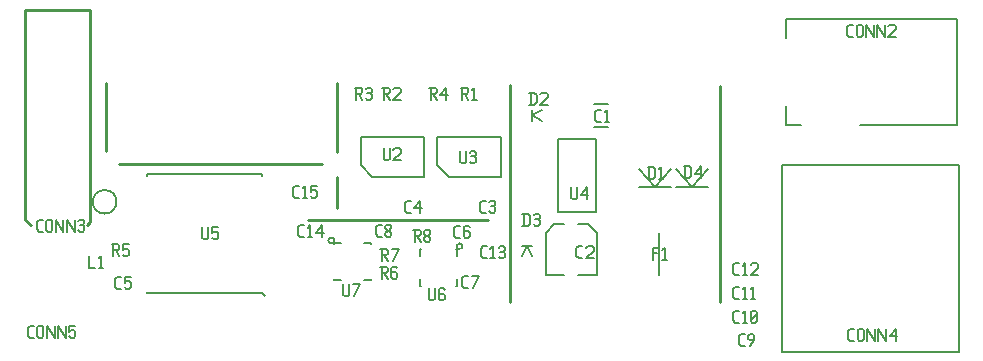
<source format=gbr>
G04 start of page 13 for group -4079 idx -4079 *
G04 Title: (unknown), topsilk *
G04 Creator: pcb 20140316 *
G04 CreationDate: jeu. 05 févr. 2015 15:41:37 GMT UTC *
G04 For: clement *
G04 Format: Gerber/RS-274X *
G04 PCB-Dimensions (mil): 3287.40 1358.27 *
G04 PCB-Coordinate-Origin: lower left *
%MOIN*%
%FSLAX25Y25*%
%LNTOPSILK*%
%ADD198C,0.0060*%
%ADD197C,0.0061*%
%ADD196C,0.0080*%
%ADD195C,0.0059*%
%ADD194C,0.0100*%
G54D194*X14764Y126969D02*X36417D01*
Y56102D02*X35433Y55118D01*
X36417Y126969D02*Y56102D01*
X14764Y57087D02*X16732Y55118D01*
X14764Y126969D02*Y57087D01*
X41732Y79921D02*Y102756D01*
X176378Y101969D02*Y29528D01*
X246457Y101575D02*Y29528D01*
X169291Y57087D02*X109055D01*
X118898Y102756D02*Y79528D01*
Y71260D02*Y61024D01*
X46063Y75591D02*X113780D01*
G54D195*X325394Y124016D02*Y88583D01*
X268307Y124016D02*X325394D01*
X293110Y88583D02*X325394D01*
X268307D02*X273425D01*
X268307Y95079D02*Y88583D01*
Y124016D02*Y117520D01*
X183858Y93543D02*Y90000D01*
Y91772D02*X187205Y90000D01*
X183858Y91772D02*X187205Y93543D01*
X180315Y48425D02*X183858D01*
X182087D02*X180315Y45079D01*
X182087Y48425D02*X183858Y45079D01*
G54D196*X204331Y95512D02*X209055D01*
X204331Y88032D02*X209055D01*
G54D195*X225984Y52520D02*Y38504D01*
X199213Y38583D02*X205315D01*
Y52756D02*Y38583D01*
Y52756D02*X202559Y55512D01*
X199213D02*X202559D01*
X188386Y38583D02*X194488D01*
X188386Y52756D02*Y38583D01*
Y52756D02*X191142Y55512D01*
X194488D01*
X219528Y67953D02*X230079D01*
X224803D02*X230079Y74016D01*
X224803Y67953D02*X219528Y74016D01*
G54D197*X192520Y84055D02*X205118D01*
X192520Y59646D02*X205118D01*
X192520Y84055D02*Y59646D01*
X205118Y84055D02*Y59646D01*
G54D195*X231929Y67953D02*X242480D01*
X237205D02*X242480Y74016D01*
X237205Y67953D02*X231929Y74016D01*
X267067Y13091D02*X326083D01*
X267067Y75098D02*X326083D01*
Y13091D01*
X267067Y75098D02*Y13091D01*
G54D197*X117913Y49114D02*Y48858D01*
Y49114D02*X120138D01*
X117913Y37165D02*Y36909D01*
X120138D01*
X127894Y49114D02*X130118D01*
Y48858D01*
X127894Y36909D02*X130118D01*
Y37165D02*Y36909D01*
X115945Y50098D02*G75*G03X115945Y50098I984J0D01*G01*
G54D195*X41339Y59055D02*G75*G03X41339Y59055I0J3937D01*G01*
G54D197*X152224Y75197D02*X156161Y71260D01*
X173484D01*
X152224Y84646D02*X173484D01*
Y71260D01*
X152224Y84646D02*Y75197D01*
X158406Y47146D02*X158661D01*
Y44921D01*
X146457Y47146D02*X146713D01*
X146457D02*Y44921D01*
X158661Y37165D02*Y34941D01*
X158406D02*X158661D01*
X146457Y37165D02*Y34941D01*
X146713D01*
X159646Y49114D02*G75*G03X159646Y49114I0J-984D01*G01*
X126634Y75197D02*X130571Y71260D01*
X147894D01*
X126634Y84646D02*X147894D01*
Y71260D01*
X126634Y84646D02*Y75197D01*
X93780Y32441D02*X94764Y31457D01*
X93780Y32992D02*Y32441D01*
X74528D02*X93780D01*
Y72205D02*Y71654D01*
X74528Y72205D02*X93780D01*
X55591Y32441D02*X74843D01*
X55591Y32992D02*Y32441D01*
Y72205D02*X74843D01*
X55591D02*Y71654D01*
G54D198*X289480Y118031D02*X290780D01*
X288780Y118731D02*X289480Y118031D01*
X288780Y121331D02*Y118731D01*
Y121331D02*X289480Y122031D01*
X290780D01*
X291980Y121531D02*Y118531D01*
Y121531D02*X292480Y122031D01*
X293480D01*
X293980Y121531D01*
Y118531D01*
X293480Y118031D02*X293980Y118531D01*
X292480Y118031D02*X293480D01*
X291980Y118531D02*X292480Y118031D01*
X295180Y122031D02*Y118031D01*
Y122031D02*X297680Y118031D01*
Y122031D02*Y118031D01*
X298880Y122031D02*Y118031D01*
Y122031D02*X301380Y118031D01*
Y122031D02*Y118031D01*
X302580Y121531D02*X303080Y122031D01*
X304580D01*
X305080Y121531D01*
Y120531D01*
X302580Y118031D02*X305080Y120531D01*
X302580Y118031D02*X305080D01*
X289873Y16654D02*X291173D01*
X289173Y17354D02*X289873Y16654D01*
X289173Y19954D02*Y17354D01*
Y19954D02*X289873Y20654D01*
X291173D01*
X292373Y20154D02*Y17154D01*
Y20154D02*X292873Y20654D01*
X293873D01*
X294373Y20154D01*
Y17154D01*
X293873Y16654D02*X294373Y17154D01*
X292873Y16654D02*X293873D01*
X292373Y17154D02*X292873Y16654D01*
X295573Y20654D02*Y16654D01*
Y20654D02*X298073Y16654D01*
Y20654D02*Y16654D01*
X299273Y20654D02*Y16654D01*
Y20654D02*X301773Y16654D01*
Y20654D02*Y16654D01*
X302973Y18154D02*X304973Y20654D01*
X302973Y18154D02*X305473D01*
X304973Y20654D02*Y16654D01*
X223976Y47622D02*Y43622D01*
Y47622D02*X225976D01*
X223976Y45822D02*X225476D01*
X227176Y46822D02*X227976Y47622D01*
Y43622D01*
X227176D02*X228676D01*
X251487Y38504D02*X252787D01*
X250787Y39204D02*X251487Y38504D01*
X250787Y41804D02*Y39204D01*
Y41804D02*X251487Y42504D01*
X252787D01*
X253987Y41704D02*X254787Y42504D01*
Y38504D01*
X253987D02*X255487D01*
X256687Y42004D02*X257187Y42504D01*
X258687D01*
X259187Y42004D01*
Y41004D01*
X256687Y38504D02*X259187Y41004D01*
X256687Y38504D02*X259187D01*
X251487Y30630D02*X252787D01*
X250787Y31330D02*X251487Y30630D01*
X250787Y33930D02*Y31330D01*
Y33930D02*X251487Y34630D01*
X252787D01*
X253987Y33830D02*X254787Y34630D01*
Y30630D01*
X253987D02*X255487D01*
X256687Y33830D02*X257487Y34630D01*
Y30630D01*
X256687D02*X258187D01*
X251487Y22756D02*X252787D01*
X250787Y23456D02*X251487Y22756D01*
X250787Y26056D02*Y23456D01*
Y26056D02*X251487Y26756D01*
X252787D01*
X253987Y25956D02*X254787Y26756D01*
Y22756D01*
X253987D02*X255487D01*
X256687Y23256D02*X257187Y22756D01*
X256687Y26256D02*Y23256D01*
Y26256D02*X257187Y26756D01*
X258187D01*
X258687Y26256D01*
Y23256D01*
X258187Y22756D02*X258687Y23256D01*
X257187Y22756D02*X258187D01*
X256687Y23756D02*X258687Y25756D01*
X253456Y14882D02*X254756D01*
X252756Y15582D02*X253456Y14882D01*
X252756Y18182D02*Y15582D01*
Y18182D02*X253456Y18882D01*
X254756D01*
X256456Y14882D02*X257956Y16882D01*
Y18382D02*Y16882D01*
X257456Y18882D02*X257956Y18382D01*
X256456Y18882D02*X257456D01*
X255956Y18382D02*X256456Y18882D01*
X255956Y18382D02*Y17382D01*
X256456Y16882D01*
X257956D01*
X205463Y89685D02*X206763D01*
X204763Y90385D02*X205463Y89685D01*
X204763Y92985D02*Y90385D01*
Y92985D02*X205463Y93685D01*
X206763D01*
X207963Y92885D02*X208763Y93685D01*
Y89685D01*
X207963D02*X209463D01*
X183315Y99394D02*Y95394D01*
X184615Y99394D02*X185315Y98694D01*
Y96094D01*
X184615Y95394D02*X185315Y96094D01*
X182815Y95394D02*X184615D01*
X182815Y99394D02*X184615D01*
X186515Y98894D02*X187015Y99394D01*
X188515D01*
X189015Y98894D01*
Y97894D01*
X186515Y95394D02*X189015Y97894D01*
X186515Y95394D02*X189015D01*
X222823Y74669D02*Y70669D01*
X224123Y74669D02*X224823Y73969D01*
Y71369D01*
X224123Y70669D02*X224823Y71369D01*
X222323Y70669D02*X224123D01*
X222323Y74669D02*X224123D01*
X226023Y73869D02*X226823Y74669D01*
Y70669D01*
X226023D02*X227523D01*
X234870Y74906D02*Y70906D01*
X236170Y74906D02*X236870Y74206D01*
Y71606D01*
X236170Y70906D02*X236870Y71606D01*
X234370Y70906D02*X236170D01*
X234370Y74906D02*X236170D01*
X238070Y72406D02*X240070Y74906D01*
X238070Y72406D02*X240570D01*
X240070Y74906D02*Y70906D01*
X159902Y79906D02*Y76406D01*
X160402Y75906D01*
X161402D01*
X161902Y76406D01*
Y79906D02*Y76406D01*
X163102Y79406D02*X163602Y79906D01*
X164602D01*
X165102Y79406D01*
X164602Y75906D02*X165102Y76406D01*
X163602Y75906D02*X164602D01*
X163102Y76406D02*X163602Y75906D01*
Y78106D02*X164602D01*
X165102Y79406D02*Y78606D01*
Y77606D02*Y76406D01*
Y77606D02*X164602Y78106D01*
X165102Y78606D02*X164602Y78106D01*
X181110Y59039D02*Y55039D01*
X182410Y59039D02*X183110Y58339D01*
Y55739D01*
X182410Y55039D02*X183110Y55739D01*
X180610Y55039D02*X182410D01*
X180610Y59039D02*X182410D01*
X184310Y58539D02*X184810Y59039D01*
X185810D01*
X186310Y58539D01*
X185810Y55039D02*X186310Y55539D01*
X184810Y55039D02*X185810D01*
X184310Y55539D02*X184810Y55039D01*
Y57239D02*X185810D01*
X186310Y58539D02*Y57739D01*
Y56739D02*Y55539D01*
Y56739D02*X185810Y57239D01*
X186310Y57739D02*X185810Y57239D01*
X199322Y44213D02*X200622D01*
X198622Y44913D02*X199322Y44213D01*
X198622Y47513D02*Y44913D01*
Y47513D02*X199322Y48213D01*
X200622D01*
X201822Y47713D02*X202322Y48213D01*
X203822D01*
X204322Y47713D01*
Y46713D01*
X201822Y44213D02*X204322Y46713D01*
X201822Y44213D02*X204322D01*
X167099Y59370D02*X168399D01*
X166399Y60070D02*X167099Y59370D01*
X166399Y62670D02*Y60070D01*
Y62670D02*X167099Y63370D01*
X168399D01*
X169599Y62870D02*X170099Y63370D01*
X171099D01*
X171599Y62870D01*
X171099Y59370D02*X171599Y59870D01*
X170099Y59370D02*X171099D01*
X169599Y59870D02*X170099Y59370D01*
Y61570D02*X171099D01*
X171599Y62870D02*Y62070D01*
Y61070D02*Y59870D01*
Y61070D02*X171099Y61570D01*
X171599Y62070D02*X171099Y61570D01*
X167435Y44115D02*X168735D01*
X166735Y44815D02*X167435Y44115D01*
X166735Y47415D02*Y44815D01*
Y47415D02*X167435Y48115D01*
X168735D01*
X169935Y47315D02*X170735Y48115D01*
Y44115D01*
X169935D02*X171435D01*
X172635Y47615D02*X173135Y48115D01*
X174135D01*
X174635Y47615D01*
X174135Y44115D02*X174635Y44615D01*
X173135Y44115D02*X174135D01*
X172635Y44615D02*X173135Y44115D01*
Y46315D02*X174135D01*
X174635Y47615D02*Y46815D01*
Y45815D02*Y44615D01*
Y45815D02*X174135Y46315D01*
X174635Y46815D02*X174135Y46315D01*
X196850Y67898D02*Y64398D01*
X197350Y63898D01*
X198350D01*
X198850Y64398D01*
Y67898D02*Y64398D01*
X200050Y65398D02*X202050Y67898D01*
X200050Y65398D02*X202550D01*
X202050Y67898D02*Y63898D01*
X161251Y34272D02*X162551D01*
X160551Y34972D02*X161251Y34272D01*
X160551Y37572D02*Y34972D01*
Y37572D02*X161251Y38272D01*
X162551D01*
X164251Y34272D02*X166251Y38272D01*
X163751D02*X166251D01*
X160098Y100969D02*X162098D01*
X162598Y100469D01*
Y99469D01*
X162098Y98969D02*X162598Y99469D01*
X160598Y98969D02*X162098D01*
X160598Y100969D02*Y96969D01*
X161398Y98969D02*X162598Y96969D01*
X163798Y100169D02*X164598Y100969D01*
Y96969D01*
X163798D02*X165298D01*
X106607Y51199D02*X107907D01*
X105907Y51899D02*X106607Y51199D01*
X105907Y54499D02*Y51899D01*
Y54499D02*X106607Y55199D01*
X107907D01*
X109107Y54399D02*X109907Y55199D01*
Y51199D01*
X109107D02*X110607D01*
X111807Y52699D02*X113807Y55199D01*
X111807Y52699D02*X114307D01*
X113807Y55199D02*Y51199D01*
X104874Y64331D02*X106174D01*
X104174Y65031D02*X104874Y64331D01*
X104174Y67631D02*Y65031D01*
Y67631D02*X104874Y68331D01*
X106174D01*
X107374Y67531D02*X108174Y68331D01*
Y64331D01*
X107374D02*X108874D01*
X110074Y68331D02*X112074D01*
X110074D02*Y66331D01*
X110574Y66831D01*
X111574D01*
X112074Y66331D01*
Y64831D01*
X111574Y64331D02*X112074Y64831D01*
X110574Y64331D02*X111574D01*
X110074Y64831D02*X110574Y64331D01*
X149587Y100970D02*X151587D01*
X152087Y100470D01*
Y99470D01*
X151587Y98970D02*X152087Y99470D01*
X150087Y98970D02*X151587D01*
X150087Y100970D02*Y96970D01*
X150887Y98970D02*X152087Y96970D01*
X153287Y98470D02*X155287Y100970D01*
X153287Y98470D02*X155787D01*
X155287Y100970D02*Y96970D01*
X133916Y100969D02*X135916D01*
X136416Y100469D01*
Y99469D01*
X135916Y98969D02*X136416Y99469D01*
X134416Y98969D02*X135916D01*
X134416Y100969D02*Y96969D01*
X135216Y98969D02*X136416Y96969D01*
X137616Y100469D02*X138116Y100969D01*
X139616D01*
X140116Y100469D01*
Y99469D01*
X137616Y96969D02*X140116Y99469D01*
X137616Y96969D02*X140116D01*
X124665Y100969D02*X126665D01*
X127165Y100469D01*
Y99469D01*
X126665Y98969D02*X127165Y99469D01*
X125165Y98969D02*X126665D01*
X125165Y100969D02*Y96969D01*
X125965Y98969D02*X127165Y96969D01*
X128365Y100469D02*X128865Y100969D01*
X129865D01*
X130365Y100469D01*
X129865Y96969D02*X130365Y97469D01*
X128865Y96969D02*X129865D01*
X128365Y97469D02*X128865Y96969D01*
Y99169D02*X129865D01*
X130365Y100469D02*Y99669D01*
Y98669D02*Y97469D01*
Y98669D02*X129865Y99169D01*
X130365Y99669D02*X129865Y99169D01*
X158572Y51004D02*X159872D01*
X157872Y51704D02*X158572Y51004D01*
X157872Y54304D02*Y51704D01*
Y54304D02*X158572Y55004D01*
X159872D01*
X162572D02*X163072Y54504D01*
X161572Y55004D02*X162572D01*
X161072Y54504D02*X161572Y55004D01*
X161072Y54504D02*Y51504D01*
X161572Y51004D01*
X162572Y53204D02*X163072Y52704D01*
X161072Y53204D02*X162572D01*
X161572Y51004D02*X162572D01*
X163072Y51504D01*
Y52704D02*Y51504D01*
X144213Y53626D02*X146213D01*
X146713Y53126D01*
Y52126D01*
X146213Y51626D02*X146713Y52126D01*
X144713Y51626D02*X146213D01*
X144713Y53626D02*Y49626D01*
X145513Y51626D02*X146713Y49626D01*
X147913Y50126D02*X148413Y49626D01*
X147913Y50926D02*Y50126D01*
Y50926D02*X148613Y51626D01*
X149213D01*
X149913Y50926D01*
Y50126D01*
X149413Y49626D02*X149913Y50126D01*
X148413Y49626D02*X149413D01*
X147913Y52326D02*X148613Y51626D01*
X147913Y53126D02*Y52326D01*
Y53126D02*X148413Y53626D01*
X149413D01*
X149913Y53126D01*
Y52326D01*
X149213Y51626D02*X149913Y52326D01*
X142019Y59370D02*X143319D01*
X141319Y60070D02*X142019Y59370D01*
X141319Y62670D02*Y60070D01*
Y62670D02*X142019Y63370D01*
X143319D01*
X144519Y60870D02*X146519Y63370D01*
X144519Y60870D02*X147019D01*
X146519Y63370D02*Y59370D01*
X133266Y47130D02*X135266D01*
X135766Y46630D01*
Y45630D01*
X135266Y45130D02*X135766Y45630D01*
X133766Y45130D02*X135266D01*
X133766Y47130D02*Y43130D01*
X134566Y45130D02*X135766Y43130D01*
X137466D02*X139466Y47130D01*
X136966D02*X139466D01*
X133147Y41325D02*X135147D01*
X135647Y40825D01*
Y39825D01*
X135147Y39325D02*X135647Y39825D01*
X133647Y39325D02*X135147D01*
X133647Y41325D02*Y37325D01*
X134447Y39325D02*X135647Y37325D01*
X138347Y41325D02*X138847Y40825D01*
X137347Y41325D02*X138347D01*
X136847Y40825D02*X137347Y41325D01*
X136847Y40825D02*Y37825D01*
X137347Y37325D01*
X138347Y39525D02*X138847Y39025D01*
X136847Y39525D02*X138347D01*
X137347Y37325D02*X138347D01*
X138847Y37825D01*
Y39025D02*Y37825D01*
X132433Y51399D02*X133733D01*
X131733Y52099D02*X132433Y51399D01*
X131733Y54699D02*Y52099D01*
Y54699D02*X132433Y55399D01*
X133733D01*
X134933Y51899D02*X135433Y51399D01*
X134933Y52699D02*Y51899D01*
Y52699D02*X135633Y53399D01*
X136233D01*
X136933Y52699D01*
Y51899D01*
X136433Y51399D02*X136933Y51899D01*
X135433Y51399D02*X136433D01*
X134933Y54099D02*X135633Y53399D01*
X134933Y54899D02*Y54099D01*
Y54899D02*X135433Y55399D01*
X136433D01*
X136933Y54899D01*
Y54099D01*
X136233Y53399D02*X136933Y54099D01*
X134311Y80890D02*Y77390D01*
X134811Y76890D01*
X135811D01*
X136311Y77390D01*
Y80890D02*Y77390D01*
X137511Y80390D02*X138011Y80890D01*
X139511D01*
X140011Y80390D01*
Y79390D01*
X137511Y76890D02*X140011Y79390D01*
X137511Y76890D02*X140011D01*
X149449Y34157D02*Y30657D01*
X149949Y30157D01*
X150949D01*
X151449Y30657D01*
Y34157D02*Y30657D01*
X154149Y34157D02*X154649Y33657D01*
X153149Y34157D02*X154149D01*
X152649Y33657D02*X153149Y34157D01*
X152649Y33657D02*Y30657D01*
X153149Y30157D01*
X154149Y32357D02*X154649Y31857D01*
X152649Y32357D02*X154149D01*
X153149Y30157D02*X154149D01*
X154649Y30657D01*
Y31857D02*Y30657D01*
X120886Y35437D02*Y31937D01*
X121386Y31437D01*
X122386D01*
X122886Y31937D01*
Y35437D02*Y31937D01*
X124586Y31437D02*X126586Y35437D01*
X124086D02*X126586D01*
X16448Y17638D02*X17748D01*
X15748Y18338D02*X16448Y17638D01*
X15748Y20938D02*Y18338D01*
Y20938D02*X16448Y21638D01*
X17748D01*
X18948Y21138D02*Y18138D01*
Y21138D02*X19448Y21638D01*
X20448D01*
X20948Y21138D01*
Y18138D01*
X20448Y17638D02*X20948Y18138D01*
X19448Y17638D02*X20448D01*
X18948Y18138D02*X19448Y17638D01*
X22148Y21638D02*Y17638D01*
Y21638D02*X24648Y17638D01*
Y21638D02*Y17638D01*
X25848Y21638D02*Y17638D01*
Y21638D02*X28348Y17638D01*
Y21638D02*Y17638D01*
X29548Y21638D02*X31548D01*
X29548D02*Y19638D01*
X30048Y20138D01*
X31048D01*
X31548Y19638D01*
Y18138D01*
X31048Y17638D02*X31548Y18138D01*
X30048Y17638D02*X31048D01*
X29548Y18138D02*X30048Y17638D01*
X19401Y53071D02*X20701D01*
X18701Y53771D02*X19401Y53071D01*
X18701Y56371D02*Y53771D01*
Y56371D02*X19401Y57071D01*
X20701D01*
X21901Y56571D02*Y53571D01*
Y56571D02*X22401Y57071D01*
X23401D01*
X23901Y56571D01*
Y53571D01*
X23401Y53071D02*X23901Y53571D01*
X22401Y53071D02*X23401D01*
X21901Y53571D02*X22401Y53071D01*
X25101Y57071D02*Y53071D01*
Y57071D02*X27601Y53071D01*
Y57071D02*Y53071D01*
X28801Y57071D02*Y53071D01*
Y57071D02*X31301Y53071D01*
Y57071D02*Y53071D01*
X32501Y56571D02*X33001Y57071D01*
X34001D01*
X34501Y56571D01*
X34001Y53071D02*X34501Y53571D01*
X33001Y53071D02*X34001D01*
X32501Y53571D02*X33001Y53071D01*
Y55271D02*X34001D01*
X34501Y56571D02*Y55771D01*
Y54771D02*Y53571D01*
Y54771D02*X34001Y55271D01*
X34501Y55771D02*X34001Y55271D01*
X43739Y48882D02*X45739D01*
X46239Y48382D01*
Y47382D01*
X45739Y46882D02*X46239Y47382D01*
X44239Y46882D02*X45739D01*
X44239Y48882D02*Y44882D01*
X45039Y46882D02*X46239Y44882D01*
X47439Y48882D02*X49439D01*
X47439D02*Y46882D01*
X47939Y47382D01*
X48939D01*
X49439Y46882D01*
Y45382D01*
X48939Y44882D02*X49439Y45382D01*
X47939Y44882D02*X48939D01*
X47439Y45382D02*X47939Y44882D01*
X45461Y34056D02*X46761D01*
X44761Y34756D02*X45461Y34056D01*
X44761Y37356D02*Y34756D01*
Y37356D02*X45461Y38056D01*
X46761D01*
X47961D02*X49961D01*
X47961D02*Y36056D01*
X48461Y36556D01*
X49461D01*
X49961Y36056D01*
Y34556D01*
X49461Y34056D02*X49961Y34556D01*
X48461Y34056D02*X49461D01*
X47961Y34556D02*X48461Y34056D01*
X36140Y44945D02*Y40945D01*
X38140D01*
X39340Y44145D02*X40140Y44945D01*
Y40945D01*
X39340D02*X40840D01*
X73937Y54433D02*Y50933D01*
X74437Y50433D01*
X75437D01*
X75937Y50933D01*
Y54433D02*Y50933D01*
X77137Y54433D02*X79137D01*
X77137D02*Y52433D01*
X77637Y52933D01*
X78637D01*
X79137Y52433D01*
Y50933D01*
X78637Y50433D02*X79137Y50933D01*
X77637Y50433D02*X78637D01*
X77137Y50933D02*X77637Y50433D01*
M02*

</source>
